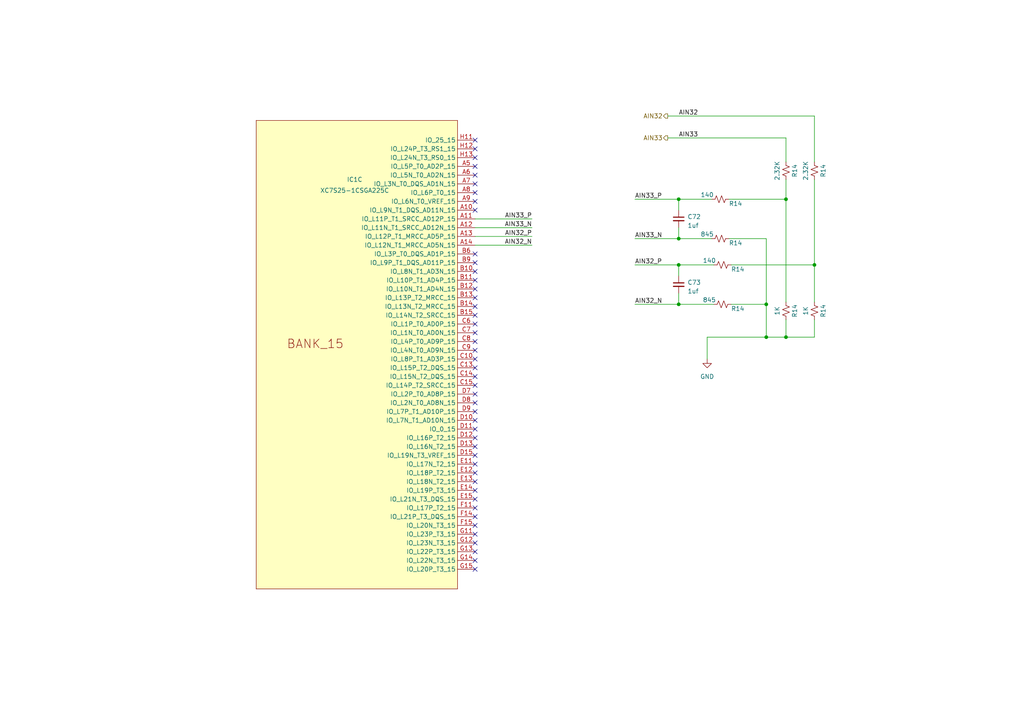
<source format=kicad_sch>
(kicad_sch (version 20230121) (generator eeschema)
  (paper "A4")
  (lib_symbols
    (symbol "Device:C_Small" (pin_numbers hide) (pin_names (offset 0.254) hide)
      (property "Reference" "C" (at 0.254 1.778 0))
      (property "Value" "C_Small" (at 0.254 -2.032 0))
      (symbol "C_Small_0_1"
        (polyline (pts (xy -1.524 -0.508) (xy 1.524 -0.508)) (stroke (width 0.3302)))
        (polyline (pts (xy -1.524 0.508) (xy 1.524 0.508)) (stroke (width 0.3048)))
      )
      (symbol "C_Small_1_1"
        (pin passive line (at 0 2.54 270) (length 2.032) (name "~") (number "1"))
        (pin passive line (at 0 -2.54 90) (length 2.032) (name "~") (number "2"))
      )
    )
    (symbol "Device:R_Small_US" (pin_numbers hide) (pin_names (offset 0.254) hide)
      (property "Reference" "R" (at 0.762 0.508 0))
      (property "Value" "R_Small_US" (at 0.762 -1.016 0))
      (symbol "R_Small_US_1_1"
        (polyline (pts (xy 0 0) (xy 1.016 -0.381) (xy 0 -0.762) (xy -1.016 -1.143) (xy 0 -1.524)))
        (polyline (pts (xy 0 1.524) (xy 1.016 1.143) (xy 0 0.762) (xy -1.016 0.381) (xy 0 0)))
        (pin passive line (at 0 2.54 270) (length 1.016) (name "~") (number "1"))
        (pin passive line (at 0 -2.54 90) (length 1.016) (name "~") (number "2"))
      )
    )
    (symbol "SamacSys_Parts:XC7S25-1CSGA225C"
      (property "Reference" "IC1" (at -2.54 57.785 0))
      (property "Value" "XC7S25-1CSGA225C" (at -2.54 54.61 0))
      (symbol "XC7S25-1CSGA225C_1_1"
        (rectangle (start -21.59 65.405) (end 22.225 -52.07) (fill (type background)))
        (pin passive line (at -26.67 37.465 0) (length 5.08) (name "GND_1") (number "A1"))
        (pin passive line (at -26.67 34.925 0) (length 5.08) (name "GND_2") (number "A15"))
        (pin passive line (at 27.305 34.925 180) (length 5.08) (name "VCCO_15_1") (number "B7"))
        (pin passive line (at -26.67 32.385 0) (length 5.08) (name "GND_3") (number "B8"))
        (pin passive line (at 27.305 32.385 180) (length 5.08) (name "VCCO_15_2") (number "C11"))
        (pin passive line (at -26.67 27.305 0) (length 5.08) (name "GND_5") (number "C12"))
        (pin passive line (at -26.67 29.845 0) (length 5.08) (name "GND_4") (number "C2"))
        (pin passive line (at 27.305 17.145 180) (length 5.08) (name "VCCO_34_1") (number "C3"))
        (pin passive line (at -26.67 22.225 0) (length 5.08) (name "GND_7") (number "D14"))
        (pin passive line (at 27.305 -42.545 180) (length 5.08) (name "VCCBATT_0") (number "D5"))
        (pin passive line (at -26.67 24.765 0) (length 5.08) (name "GND_6") (number "D6"))
        (pin passive line (at 27.305 -22.86 180) (length 5.08) (name "VCCINT_2") (number "E10"))
        (pin passive line (at -26.67 19.685 0) (length 5.08) (name "GND_8") (number "E4"))
        (pin passive line (at 27.305 61.595 180) (length 5.08) (name "VCCO_0_1") (number "E6"))
        (pin passive line (at -26.67 17.145 0) (length 5.08) (name "GND_9") (number "E7"))
        (pin passive line (at 27.305 -20.32 180) (length 5.08) (name "VCCINT_1") (number "E8"))
        (pin passive line (at -26.67 14.605 0) (length 5.08) (name "GND_10") (number "E9"))
        (pin passive line (at -26.67 9.525 0) (length 5.08) (name "GND_12") (number "F10"))
        (pin passive line (at 27.305 29.845 180) (length 5.08) (name "VCCO_15_3") (number "F12"))
        (pin passive line (at -26.67 6.985 0) (length 5.08) (name "GND_13") (number "F13"))
        (pin passive line (at -26.67 12.065 0) (length 5.08) (name "GND_11") (number "F6"))
        (pin passive line (at 27.305 -25.4 180) (length 5.08) (name "VCCINT_3") (number "F7"))
        (pin passive line (at -26.67 -48.26 0) (length 5.08) (name "GNDADC_0") (number "F8"))
        (pin passive line (at 26.67 -48.26 180) (length 5.08) (name "VCCADC_0") (number "F9"))
        (pin passive line (at 27.305 -27.94 180) (length 5.08) (name "VCCINT_4") (number "G10"))
        (pin passive line (at 27.305 14.605 180) (length 5.08) (name "VCCO_34_2") (number "G2"))
        (pin passive line (at -26.67 4.445 0) (length 5.08) (name "GND_14") (number "G3"))
        (pin passive line (at 27.305 1.905 180) (length 5.08) (name "VCCBRAM_1") (number "G6"))
        (pin passive line (at -26.67 1.905 0) (length 5.08) (name "GND_15") (number "G7"))
        (pin passive line (at -26.67 -3.175 0) (length 5.08) (name "GND_17") (number "H10"))
        (pin passive line (at -26.67 -0.635 0) (length 5.08) (name "GND_16") (number "H6"))
        (pin passive line (at 27.305 -30.48 180) (length 5.08) (name "VCCINT_5") (number "H7"))
        (pin passive line (at 27.305 -33.02 180) (length 5.08) (name "VCCINT_6") (number "J10"))
        (pin passive line (at -26.67 -8.255 0) (length 5.08) (name "GND_19") (number "J13"))
        (pin passive line (at 27.305 50.8 180) (length 5.08) (name "VCCO_14_1") (number "J14"))
        (pin passive line (at 27.305 -0.635 180) (length 5.08) (name "VCCBRAM_2") (number "J6"))
        (pin passive line (at -26.67 -5.715 0) (length 5.08) (name "GND_18") (number "J7"))
        (pin passive line (at -26.67 -15.875 0) (length 5.08) (name "GND_22") (number "K10"))
        (pin passive line (at -26.67 -10.795 0) (length 5.08) (name "GND_20") (number "K6"))
        (pin passive line (at 27.305 -35.56 180) (length 5.08) (name "VCCINT_7") (number "K7"))
        (pin passive line (at -26.67 -13.335 0) (length 5.08) (name "GND_21") (number "K8"))
        (pin passive line (at 27.305 -38.1 180) (length 5.08) (name "VCCINT_8") (number "K9"))
        (pin passive line (at -26.67 -18.415 0) (length 5.08) (name "GND_23") (number "L2"))
        (pin passive line (at 27.305 12.065 180) (length 5.08) (name "VCCO_34_3") (number "L3"))
        (pin passive line (at 27.305 -9.525 180) (length 5.08) (name "VCCAUX_1") (number "L6"))
        (pin passive line (at -26.67 -20.955 0) (length 5.08) (name "GND_24") (number "L7"))
        (pin passive line (at 27.305 -12.065 180) (length 5.08) (name "VCCAUX_2") (number "L8"))
        (pin passive line (at -26.67 -23.495 0) (length 5.08) (name "GND_25") (number "L9"))
        (pin passive line (at -26.67 -26.035 0) (length 5.08) (name "GND_26") (number "M11"))
        (pin passive line (at 27.305 48.26 180) (length 5.08) (name "VCCO_14_2") (number "M12"))
        (pin passive line (at -26.67 -33.655 0) (length 5.08) (name "GND_29") (number "P13"))
        (pin passive line (at -26.67 -28.575 0) (length 5.08) (name "GND_27") (number "P4"))
        (pin passive line (at 27.305 59.055 180) (length 5.08) (name "VCCO_0_2") (number "P5"))
        (pin passive line (at -26.67 -31.115 0) (length 5.08) (name "GND_28") (number "P8"))
        (pin passive line (at 27.305 45.72 180) (length 5.08) (name "VCCO_14_3") (number "P9"))
        (pin passive line (at -26.67 -36.195 0) (length 5.08) (name "GND_30") (number "R1"))
        (pin passive line (at -26.67 -39.37 0) (length 5.08) (name "GND_31") (number "R15"))
      )
      (symbol "XC7S25-1CSGA225C_2_1"
        (rectangle (start -34.29 50.8) (end 24.13 -66.04) (fill (type background)))
        (text "BANK_14" (at -19.685 6.35 0) (effects (font (size 2.5 2.5))))
        (pin passive line (at 29.21 46.99 180) (length 5.08) (name "IO_0_14") (number "J11"))
        (pin passive line (at 29.21 44.45 180) (length 5.08) (name "IO_L5P_T0_D06_14") (number "J15"))
        (pin passive line (at 29.21 41.91 180) (length 5.08) (name "IO_L4P_T0_D04_14") (number "K14"))
        (pin passive line (at 29.21 39.37 180) (length 5.08) (name "IO_L5N_T0_D07_14") (number "K15"))
        (pin passive line (at 29.21 36.83 180) (length 5.08) (name "IO_25_14") (number "L10"))
        (pin passive line (at 29.21 34.29 180) (length 5.08) (name "IO_L6N_T0_D08_VREF_14") (number "L12"))
        (pin passive line (at 29.21 31.75 180) (length 5.08) (name "IO_L7P_T1_D09_14") (number "L13"))
        (pin passive line (at 29.21 29.21 180) (length 5.08) (name "IO_L7N_T1_D10_14") (number "L14"))
        (pin passive line (at 29.21 26.67 180) (length 5.08) (name "IO_L4N_T0_D05_14") (number "L15"))
        (pin passive line (at 29.21 16.51 180) (length 5.08) (name "IO_L13N_T2_MRCC_14") (number "M10"))
        (pin passive line (at 29.21 13.97 180) (length 5.08) (name "IO_L8P_T1_D11_14") (number "M13"))
        (pin passive line (at 29.21 11.43 180) (length 5.08) (name "IO_L9P_T1_DQS_14") (number "M14"))
        (pin passive line (at 29.21 8.89 180) (length 5.08) (name "IO_L9N_T1_DQS_D13_14") (number "M15"))
        (pin passive line (at 29.21 24.13 180) (length 5.08) (name "IO_L19P_T3_D26_14") (number "M7"))
        (pin passive line (at 29.21 21.59 180) (length 5.08) (name "IO_L19N_T3_D25_VREF_14") (number "M8"))
        (pin passive line (at 29.21 19.05 180) (length 5.08) (name "IO_L13P_T2_MRCC_14") (number "M9"))
        (pin passive line (at 29.21 -8.89 180) (length 5.08) (name "IO_L14P_T2_SRCC_14") (number "N12"))
        (pin passive line (at 29.21 -11.43 180) (length 5.08) (name "IO_L8N_T1_D12_14") (number "N13"))
        (pin passive line (at 29.21 -13.97 180) (length 5.08) (name "IO_L10P_T1_D14_14") (number "N14"))
        (pin passive line (at 29.21 -16.51 180) (length 5.08) (name "IO_L10N_T1_D15_14") (number "N15"))
        (pin passive line (at 29.21 6.35 180) (length 5.08) (name "IO_L20P_T3_D24_14") (number "N6"))
        (pin passive line (at 29.21 3.81 180) (length 5.08) (name "IO_L20N_T3_D23_14") (number "N7"))
        (pin passive line (at 29.21 1.27 180) (length 5.08) (name "IO_L21P_T3_DQS_14") (number "N8"))
        (pin passive line (at 29.21 -1.27 180) (length 5.08) (name "IO_L21N_T3_DQS_D22_14") (number "N9"))
        (pin passive line (at 29.21 -26.67 180) (length 5.08) (name "IO_L16N_T2_D31_14") (number "P11"))
        (pin passive line (at 29.21 -29.21 180) (length 5.08) (name "IO_L14N_T2_SRCC_14") (number "P12"))
        (pin passive line (at 29.21 -31.75 180) (length 5.08) (name "IO_L11P_T1_SRCC_14") (number "P14"))
        (pin passive line (at 29.21 -34.29 180) (length 5.08) (name "IO_L11N_T1_SRCC_14") (number "P15"))
        (pin passive line (at 29.21 -19.05 180) (length 5.08) (name "IO_L23P_T3_D19_14") (number "P6"))
        (pin passive line (at 29.21 -21.59 180) (length 5.08) (name "IO_L23N_T3_D18_14") (number "P7"))
        (pin passive line (at 29.21 -49.53 180) (length 5.08) (name "IO_L17N_T2_D29_14") (number "R10"))
        (pin passive line (at 29.21 -52.07 180) (length 5.08) (name "IO_L18P_T2_D28_14") (number "R11"))
        (pin passive line (at 29.21 -54.61 180) (length 5.08) (name "IO_L18N_T2_D27_14") (number "R12"))
        (pin passive line (at 29.21 -57.15 180) (length 5.08) (name "IO_L12P_T1_MRCC_14") (number "R13"))
        (pin passive line (at 29.21 -59.69 180) (length 5.08) (name "IO_L12N_T1_MRCC_14") (number "R14"))
        (pin passive line (at 29.21 -36.83 180) (length 5.08) (name "IO_L24P_T3_D17_14") (number "R5"))
        (pin passive line (at 29.21 -39.37 180) (length 5.08) (name "IO_L24N_T3_D16_14") (number "R6"))
        (pin passive line (at 29.21 -41.91 180) (length 5.08) (name "IO_L22P_T3_D21_14") (number "R7"))
        (pin passive line (at 29.21 -44.45 180) (length 5.08) (name "IO_L22N_T3_D20_14") (number "R8"))
        (pin passive line (at 29.21 -46.99 180) (length 5.08) (name "IO_L17P_T2_D30_14") (number "R9"))
      )
      (symbol "XC7S25-1CSGA225C_3_1"
        (rectangle (start -31.115 74.93) (end 27.305 -60.96) (fill (type background)))
        (text "BANK_15\n" (at -13.97 10.16 0) (effects (font (size 2.5 2.5))))
        (pin passive line (at 32.385 48.895 180) (length 5.08) (name "IO_L9N_T1_DQS_AD11N_15") (number "A10"))
        (pin passive line (at 32.385 46.355 180) (length 5.08) (name "IO_L11P_T1_SRCC_AD12P_15") (number "A11"))
        (pin passive line (at 32.385 43.815 180) (length 5.08) (name "IO_L11N_T1_SRCC_AD12N_15") (number "A12"))
        (pin passive line (at 32.385 41.275 180) (length 5.08) (name "IO_L12P_T1_MRCC_AD5P_15") (number "A13"))
        (pin passive line (at 32.385 38.735 180) (length 5.08) (name "IO_L12N_T1_MRCC_AD5N_15") (number "A14"))
        (pin passive line (at 32.385 61.595 180) (length 5.08) (name "IO_L5P_T0_AD2P_15") (number "A5"))
        (pin passive line (at 32.385 59.055 180) (length 5.08) (name "IO_L5N_T0_AD2N_15") (number "A6"))
        (pin passive line (at 32.385 56.515 180) (length 5.08) (name "IO_L3N_T0_DQS_AD1N_15") (number "A7"))
        (pin passive line (at 32.385 53.975 180) (length 5.08) (name "IO_L6P_T0_15") (number "A8"))
        (pin passive line (at 32.385 51.435 180) (length 5.08) (name "IO_L6N_T0_VREF_15") (number "A9"))
        (pin passive line (at 32.385 31.115 180) (length 5.08) (name "IO_L8N_T1_AD3N_15") (number "B10"))
        (pin passive line (at 32.385 28.575 180) (length 5.08) (name "IO_L10P_T1_AD4P_15") (number "B11"))
        (pin passive line (at 32.385 26.035 180) (length 5.08) (name "IO_L10N_T1_AD4N_15") (number "B12"))
        (pin passive line (at 32.385 23.495 180) (length 5.08) (name "IO_L13P_T2_MRCC_15") (number "B13"))
        (pin passive line (at 32.385 20.955 180) (length 5.08) (name "IO_L13N_T2_MRCC_15") (number "B14"))
        (pin passive line (at 32.385 18.415 180) (length 5.08) (name "IO_L14N_T2_SRCC_15") (number "B15"))
        (pin passive line (at 32.385 36.195 180) (length 5.08) (name "IO_L3P_T0_DQS_AD1P_15") (number "B6"))
        (pin passive line (at 32.385 33.655 180) (length 5.08) (name "IO_L9P_T1_DQS_AD11P_15") (number "B9"))
        (pin passive line (at 32.385 5.715 180) (length 5.08) (name "IO_L8P_T1_AD3P_15") (number "C10"))
        (pin passive line (at 32.385 3.175 180) (length 5.08) (name "IO_L15P_T2_DQS_15") (number "C13"))
        (pin passive line (at 32.385 0.635 180) (length 5.08) (name "IO_L15N_T2_DQS_15") (number "C14"))
        (pin passive line (at 32.385 -1.905 180) (length 5.08) (name "IO_L14P_T2_SRCC_15") (number "C15"))
        (pin passive line (at 32.385 15.875 180) (length 5.08) (name "IO_L1P_T0_AD0P_15") (number "C6"))
        (pin passive line (at 32.385 13.335 180) (length 5.08) (name "IO_L1N_T0_AD0N_15") (number "C7"))
        (pin passive line (at 32.385 10.795 180) (length 5.08) (name "IO_L4P_T0_AD9P_15") (number "C8"))
        (pin passive line (at 32.385 8.255 180) (length 5.08) (name "IO_L4N_T0_AD9N_15") (number "C9"))
        (pin passive line (at 32.385 -12.065 180) (length 5.08) (name "IO_L7N_T1_AD10N_15") (number "D10"))
        (pin passive line (at 32.385 -14.605 180) (length 5.08) (name "IO_0_15") (number "D11"))
        (pin passive line (at 32.385 -17.145 180) (length 5.08) (name "IO_L16P_T2_15") (number "D12"))
        (pin passive line (at 32.385 -19.685 180) (length 5.08) (name "IO_L16N_T2_15") (number "D13"))
        (pin passive line (at 32.385 -22.225 180) (length 5.08) (name "IO_L19N_T3_VREF_15") (number "D15"))
        (pin passive line (at 32.385 -4.445 180) (length 5.08) (name "IO_L2P_T0_AD8P_15") (number "D7"))
        (pin passive line (at 32.385 -6.985 180) (length 5.08) (name "IO_L2N_T0_AD8N_15") (number "D8"))
        (pin passive line (at 32.385 -9.525 180) (length 5.08) (name "IO_L7P_T1_AD10P_15") (number "D9"))
        (pin passive line (at 32.385 -24.765 180) (length 5.08) (name "IO_L17N_T2_15") (number "E11"))
        (pin passive line (at 32.385 -27.305 180) (length 5.08) (name "IO_L18P_T2_15") (number "E12"))
        (pin passive line (at 32.385 -29.845 180) (length 5.08) (name "IO_L18N_T2_15") (number "E13"))
        (pin passive line (at 32.385 -32.385 180) (length 5.08) (name "IO_L19P_T3_15") (number "E14"))
        (pin passive line (at 32.385 -34.925 180) (length 5.08) (name "IO_L21N_T3_DQS_15") (number "E15"))
        (pin passive line (at 32.385 -37.465 180) (length 5.08) (name "IO_L17P_T2_15") (number "F11"))
        (pin passive line (at 32.385 -40.005 180) (length 5.08) (name "IO_L21P_T3_DQS_15") (number "F14"))
        (pin passive line (at 32.385 -42.545 180) (length 5.08) (name "IO_L20N_T3_15") (number "F15"))
        (pin passive line (at 32.385 -45.085 180) (length 5.08) (name "IO_L23P_T3_15") (number "G11"))
        (pin passive line (at 32.385 -47.625 180) (length 5.08) (name "IO_L23N_T3_15") (number "G12"))
        (pin passive line (at 32.385 -50.165 180) (length 5.08) (name "IO_L22P_T3_15") (number "G13"))
        (pin passive line (at 32.385 -52.705 180) (length 5.08) (name "IO_L22N_T3_15") (number "G14"))
        (pin passive line (at 32.385 -55.245 180) (length 5.08) (name "IO_L20P_T3_15") (number "G15"))
        (pin passive line (at 32.385 69.215 180) (length 5.08) (name "IO_25_15") (number "H11"))
        (pin passive line (at 32.385 66.675 180) (length 5.08) (name "IO_L24P_T3_RS1_15") (number "H12"))
        (pin passive line (at 32.385 64.135 180) (length 5.08) (name "IO_L24N_T3_RS0_15") (number "H13"))
      )
      (symbol "XC7S25-1CSGA225C_4_1"
        (rectangle (start -22.225 66.675) (end 24.765 -76.835) (fill (type background)))
        (text "BANK_34" (at -10.16 0 0) (effects (font (size 2.5 2.5))))
        (pin passive line (at 29.845 56.515 180) (length 5.08) (name "IO_L2N_T0_34") (number "A2"))
        (pin passive line (at 29.845 53.975 180) (length 5.08) (name "IO_L1N_T0_34") (number "A3"))
        (pin passive line (at 29.845 51.435 180) (length 5.08) (name "IO_L1P_T0_34") (number "A4"))
        (pin passive line (at 29.845 48.895 180) (length 5.08) (name "IO_L4N_T0_34") (number "B1"))
        (pin passive line (at 29.845 46.355 180) (length 5.08) (name "IO_L2P_T0_34") (number "B2"))
        (pin passive line (at 29.845 43.815 180) (length 5.08) (name "IO_L3N_T0_DQS_34") (number "B3"))
        (pin passive line (at 29.845 41.275 180) (length 5.08) (name "IO_L3P_T0_DQS_34") (number "B4"))
        (pin passive line (at 29.845 38.735 180) (length 5.08) (name "IO_L5N_T0_34") (number "B5"))
        (pin passive line (at 29.845 18.415 180) (length 5.08) (name "IO_L4P_T0_34") (number "C1"))
        (pin passive line (at 29.845 15.875 180) (length 5.08) (name "IO_L7N_T1_34") (number "C4"))
        (pin passive line (at 29.845 13.335 180) (length 5.08) (name "IO_L5P_T0_34") (number "C5"))
        (pin passive line (at 29.845 -1.905 180) (length 5.08) (name "IO_L6N_T0_VREF_34") (number "D1"))
        (pin passive line (at 29.845 -4.445 180) (length 5.08) (name "IO_L6P_T0_34") (number "D2"))
        (pin passive line (at 29.845 -6.985 180) (length 5.08) (name "IO_L9N_T1_DQS_34") (number "D3"))
        (pin passive line (at 29.845 -9.525 180) (length 5.08) (name "IO_L7P_T1_34") (number "D4"))
        (pin passive line (at 29.845 -22.225 180) (length 5.08) (name "IO_L8N_T1_34") (number "E1"))
        (pin passive line (at 29.845 -24.765 180) (length 5.08) (name "IO_L8P_T1_34") (number "E2"))
        (pin passive line (at 29.845 -27.305 180) (length 5.08) (name "IO_L9P_T1_DQS_34") (number "E3"))
        (pin passive line (at 29.845 -29.845 180) (length 5.08) (name "IO_L10N_T1_34") (number "F1"))
        (pin passive line (at 29.845 -32.385 180) (length 5.08) (name "IO_L10P_T1_34") (number "F2"))
        (pin passive line (at 29.845 -34.925 180) (length 5.08) (name "IO_L11N_T1_SRCC_34") (number "F3"))
        (pin passive line (at 29.845 -37.465 180) (length 5.08) (name "IO_L11P_T1_SRCC_34") (number "F4"))
        (pin passive line (at 29.845 -65.405 180) (length 5.08) (name "IO_L12N_T1_MRCC_34") (number "G1"))
        (pin passive line (at 29.845 -67.945 180) (length 5.08) (name "IO_0_34") (number "G4"))
        (pin passive line (at 29.845 -47.625 180) (length 5.08) (name "IO_L12P_T1_MRCC_34") (number "H1"))
        (pin passive line (at 29.845 -50.165 180) (length 5.08) (name "IO_L14N_T2_SRCC_34") (number "H2"))
        (pin passive line (at 29.845 -52.705 180) (length 5.08) (name "IO_L13N_T2_MRCC_34") (number "H3"))
        (pin passive line (at 29.845 -55.245 180) (length 5.08) (name "IO_L13P_T2_MRCC_34") (number "H4"))
        (pin passive line (at 29.845 36.195 180) (length 5.08) (name "IO_L16N_T2_34") (number "J1"))
        (pin passive line (at 29.845 33.655 180) (length 5.08) (name "IO_L14P_T2_SRCC_34") (number "J2"))
        (pin passive line (at 29.845 31.115 180) (length 5.08) (name "IO_L15N_T2_DQS_34") (number "J3"))
        (pin passive line (at 29.845 28.575 180) (length 5.08) (name "IO_L15P_T2_DQS_34") (number "J4"))
        (pin passive line (at 29.845 26.035 180) (length 5.08) (name "IO_L16P_T2_34") (number "K1"))
        (pin passive line (at 29.845 23.495 180) (length 5.08) (name "IO_L17N_T2_34") (number "K2"))
        (pin passive line (at 29.845 20.955 180) (length 5.08) (name "IO_L17P_T2_34") (number "K3"))
        (pin passive line (at 29.845 10.795 180) (length 5.08) (name "IO_L18N_T2_34") (number "L1"))
        (pin passive line (at 29.845 8.255 180) (length 5.08) (name "IO_L18P_T2_34") (number "M1"))
        (pin passive line (at 29.845 5.715 180) (length 5.08) (name "IO_L20N_T3_34") (number "M2"))
        (pin passive line (at 29.845 3.175 180) (length 5.08) (name "IO_L19N_T3_VREF_34") (number "M3"))
        (pin passive line (at 29.845 0.635 180) (length 5.08) (name "IO_L19P_T3_34") (number "M4"))
        (pin passive line (at 29.845 -12.065 180) (length 5.08) (name "IO_L22N_T3_34") (number "N1"))
        (pin passive line (at 29.845 -14.605 180) (length 5.08) (name "IO_L20P_T3_34") (number "N2"))
        (pin passive line (at 29.845 -17.145 180) (length 5.08) (name "IO_L21N_T3_DQS_34") (number "N3"))
        (pin passive line (at 29.845 -19.685 180) (length 5.08) (name "IO_25_34") (number "N4"))
        (pin passive line (at 29.845 -40.005 180) (length 5.08) (name "IO_L22P_T3_34") (number "P1"))
        (pin passive line (at 29.845 -42.545 180) (length 5.08) (name "IO_L24N_T3_34") (number "P2"))
        (pin passive line (at 29.845 -45.085 180) (length 5.08) (name "IO_L21P_T3_DQS_34") (number "P3"))
        (pin passive line (at 29.845 -57.785 180) (length 5.08) (name "IO_L24P_T3_34") (number "R2"))
        (pin passive line (at 29.845 -60.325 180) (length 5.08) (name "IO_L23N_T3_34") (number "R3"))
        (pin passive line (at 29.845 -62.865 180) (length 5.08) (name "IO_L23P_T3_34") (number "R4"))
      )
      (symbol "XC7S25-1CSGA225C_5_1"
        (rectangle (start -36.83 41.275) (end 36.195 -33.655) (fill (type background)))
        (text "CONFIG\n" (at 0 0 0) (effects (font (size 2.5 2.5))))
        (pin passive line (at 40.64 27.305 180) (length 5.08) (name "TCK_0") (number "E5"))
        (pin passive line (at 41.275 0 180) (length 5.08) (name "CCLK_0") (number "F5"))
        (pin passive line (at 41.275 -2.54 180) (length 5.08) (name "DONE_0") (number "G5"))
        (pin passive line (at -41.91 -4.445 0) (length 5.08) (name "VREFN_0") (number "G8"))
        (pin passive line (at -41.91 -17.145 0) (length 5.08) (name "VP_0") (number "G9"))
        (pin passive line (at -41.91 32.385 0) (length 5.08) (name "IO_L1P_T0_D00_MOSI_14") (number "H14"))
        (pin passive line (at 41.275 -17.145 180) (length 5.08) (name "IO_L1N_T0_D01_DIN_14") (number "H15"))
        (pin passive line (at -41.91 -27.305 0) (length 5.08) (name "CFGBVS_0") (number "H5"))
        (pin passive line (at -41.91 -19.685 0) (length 5.08) (name "VN_0") (number "H8"))
        (pin passive line (at -41.91 -1.905 0) (length 5.08) (name "VREFP_0") (number "H9"))
        (pin passive line (at 41.275 -24.765 180) (length 5.08) (name "IO_L2P_T0_D02_14") (number "J12"))
        (pin passive line (at 41.275 -5.08 180) (length 5.08) (name "PROGRAM_B_0") (number "J5"))
        (pin passive line (at -41.91 13.335 0) (length 5.08) (name "DXN_0") (number "J8"))
        (pin passive line (at -41.91 10.795 0) (length 5.08) (name "DXP_0") (number "J9"))
        (pin passive line (at -41.91 29.845 0) (length 5.08) (name "IO_L3P_T0_DQS_PUDC_B_14") (number "K11"))
        (pin passive line (at -41.91 27.305 0) (length 5.08) (name "IO_L3N_T0_DQS_EMCCLK_14") (number "K12"))
        (pin passive line (at 41.275 -27.305 180) (length 5.08) (name "IO_L2N_T0_D03_14") (number "K13"))
        (pin passive line (at 40.64 22.225 180) (length 5.08) (name "TDO_0") (number "K4"))
        (pin passive line (at 40.64 29.845 180) (length 5.08) (name "TMS_0") (number "K5"))
        (pin passive line (at 41.275 -22.225 180) (length 5.08) (name "IO_L6P_T0_FCS_B_14") (number "L11"))
        (pin passive line (at 40.64 24.765 180) (length 5.08) (name "TDI_0") (number "L4"))
        (pin passive line (at 41.275 -7.62 180) (length 5.08) (name "INIT_B_0") (number "L5"))
        (pin passive line (at 41.275 12.7 180) (length 5.08) (name "M0_0") (number "M5"))
        (pin passive line (at 41.275 7.62 180) (length 5.08) (name "M2_0") (number "M6"))
        (pin passive line (at -41.91 24.765 0) (length 5.08) (name "IO_L15P_T2_DQS_RDWR_B_14") (number "N10"))
        (pin passive line (at 41.275 -19.685 180) (length 5.08) (name "IO_L15N_T2_DQS_DOUT_CSO_B_14") (number "N11"))
        (pin passive line (at 41.275 10.16 180) (length 5.08) (name "M1_0") (number "N5"))
        (pin passive line (at -41.91 22.225 0) (length 5.08) (name "IO_L16P_T2_CSI_B_14") (number "P10"))
      )
    )
    (symbol "power:GND" (power) (pin_names (offset 0))
      (property "Value" "GND" (at 0 -3.81 0))
      (symbol "GND_0_1"
        (polyline (pts (xy 0 0) (xy 0 -1.27) (xy 1.27 -1.27) (xy 0 -2.54) (xy -1.27 -1.27) (xy 0 -1.27)))
      )
      (symbol "GND_1_1"
        (pin power_in line (at 0 0 270) (length 0) hide (name "GND") (number "1"))
      )
    )
  )
  (junction (at 227.965 97.79))
  (junction (at 196.85 69.215))
  (junction (at 227.965 57.785))
  (junction (at 236.22 76.835))
  (junction (at 222.25 88.265))
  (junction (at 222.25 97.79))
  (junction (at 196.85 57.785))
  (junction (at 196.85 76.835))
  (junction (at 196.85 88.265))
  (no_connect (at 137.795 162.56))
  (no_connect (at 137.795 104.14))
  (no_connect (at 137.795 134.62))
  (no_connect (at 137.795 127))
  (no_connect (at 137.795 55.88))
  (no_connect (at 137.795 132.08))
  (no_connect (at 137.795 154.94))
  (no_connect (at 137.795 43.18))
  (no_connect (at 137.795 73.66))
  (no_connect (at 137.795 142.24))
  (no_connect (at 137.795 111.76))
  (no_connect (at 137.795 78.74))
  (no_connect (at 137.795 83.82))
  (no_connect (at 137.795 119.38))
  (no_connect (at 137.795 121.92))
  (no_connect (at 137.795 137.16))
  (no_connect (at 137.795 81.28))
  (no_connect (at 137.795 157.48))
  (no_connect (at 137.795 86.36))
  (no_connect (at 137.795 60.96))
  (no_connect (at 137.795 91.44))
  (no_connect (at 137.795 165.1))
  (no_connect (at 137.795 139.7))
  (no_connect (at 137.795 53.34))
  (no_connect (at 137.795 152.4))
  (no_connect (at 137.795 48.26))
  (no_connect (at 137.795 45.72))
  (no_connect (at 137.795 106.68))
  (no_connect (at 137.795 88.9))
  (no_connect (at 137.795 149.86))
  (no_connect (at 137.795 160.02))
  (no_connect (at 137.795 76.2))
  (no_connect (at 137.795 40.64))
  (no_connect (at 137.795 116.84))
  (no_connect (at 137.795 96.52))
  (no_connect (at 137.795 124.46))
  (no_connect (at 137.795 93.98))
  (no_connect (at 137.795 101.6))
  (no_connect (at 137.795 99.06))
  (no_connect (at 137.795 50.8))
  (no_connect (at 137.795 109.22))
  (no_connect (at 137.795 147.32))
  (no_connect (at 137.795 144.78))
  (no_connect (at 137.795 114.3))
  (no_connect (at 137.795 129.54))
  (no_connect (at 137.795 58.42))
  (wire (pts (xy 184.15 88.265) (xy 196.85 88.265)))
  (wire (pts (xy 154.305 71.12) (xy 137.795 71.12)))
  (wire (pts (xy 227.965 87.63) (xy 227.965 57.785)))
  (wire (pts (xy 196.85 88.265) (xy 196.85 85.09)))
  (wire (pts (xy 196.85 69.215) (xy 196.85 66.04)))
  (wire (pts (xy 196.85 88.265) (xy 207.01 88.265)))
  (wire (pts (xy 196.85 57.785) (xy 206.375 57.785)))
  (wire (pts (xy 193.675 33.655) (xy 236.22 33.655)))
  (wire (pts (xy 205.105 104.14) (xy 205.105 97.79)))
  (wire (pts (xy 236.22 76.835) (xy 236.22 87.63)))
  (wire (pts (xy 222.25 88.265) (xy 222.25 97.79)))
  (wire (pts (xy 196.85 69.215) (xy 206.375 69.215)))
  (wire (pts (xy 154.305 66.04) (xy 137.795 66.04)))
  (wire (pts (xy 222.25 97.79) (xy 227.965 97.79)))
  (wire (pts (xy 193.675 40.005) (xy 227.965 40.005)))
  (wire (pts (xy 205.105 97.79) (xy 222.25 97.79)))
  (wire (pts (xy 236.22 46.99) (xy 236.22 33.655)))
  (wire (pts (xy 212.09 76.835) (xy 236.22 76.835)))
  (wire (pts (xy 184.15 57.785) (xy 196.85 57.785)))
  (wire (pts (xy 236.22 52.07) (xy 236.22 76.835)))
  (wire (pts (xy 196.85 80.01) (xy 196.85 76.835)))
  (wire (pts (xy 227.965 92.71) (xy 227.965 97.79)))
  (wire (pts (xy 196.85 76.835) (xy 184.15 76.835)))
  (wire (pts (xy 222.25 69.215) (xy 222.25 88.265)))
  (wire (pts (xy 212.09 88.265) (xy 222.25 88.265)))
  (wire (pts (xy 154.305 68.58) (xy 137.795 68.58)))
  (wire (pts (xy 154.305 63.5) (xy 137.795 63.5)))
  (wire (pts (xy 227.965 46.99) (xy 227.965 40.005)))
  (wire (pts (xy 236.22 97.79) (xy 236.22 92.71)))
  (wire (pts (xy 196.85 76.835) (xy 207.01 76.835)))
  (wire (pts (xy 227.965 97.79) (xy 236.22 97.79)))
  (wire (pts (xy 227.965 57.785) (xy 211.455 57.785)))
  (wire (pts (xy 211.455 69.215) (xy 222.25 69.215)))
  (wire (pts (xy 196.85 60.96) (xy 196.85 57.785)))
  (wire (pts (xy 227.965 52.07) (xy 227.965 57.785)))
  (wire (pts (xy 184.15 69.215) (xy 196.85 69.215)))
  (label "AIN33" (at 196.85 40.005 0))
  (label "AIN32_P" (at 154.305 68.58 180))
  (label "AIN32" (at 196.85 33.655 0))
  (label "AIN33_P" (at 184.15 57.785 0))
  (label "AIN32_P" (at 184.15 76.835 0))
  (label "AIN33_N" (at 184.15 69.215 0))
  (label "AIN32_N" (at 184.15 88.265 0))
  (label "AIN32_N" (at 154.305 71.12 180))
  (label "AIN33_P" (at 154.305 63.5 180))
  (label "AIN33_N" (at 154.305 66.04 180))
  (hierarchical_label "AIN32" (shape output) (at 193.675 33.655 180))
  (hierarchical_label "AIN33" (shape output) (at 193.675 40.005 180))
  (symbol (lib_id "power:GND") (at 205.105 104.14 0) (unit 1)
    (property "Reference" "#PWR024" (effects hide))
    (property "Value" "GND" (at 205.105 109.22 0))
  )
  (symbol (lib_id "Device:R_Small_US") (at 227.965 90.17 0) (unit 1)
    (property "Reference" "R14" (at 230.505 90.17 90))
    (property "Value" "1K" (at 225.425 90.17 90))
    (property "Footprint" "Resistor_SMD:R_0402_1005Metric_Pad0.72x0.64mm_HandSolder" (effects hide))
    (instances (project "sparton_7" (path "" (reference "R14") (unit 1)) (path "" (reference "R54") (unit 1))))
  )
  (symbol (lib_id "Device:R_Small_US") (at 236.22 90.17 0) (unit 1)
    (property "Reference" "R14" (at 238.76 90.17 90))
    (property "Value" "1K" (at 233.68 90.17 90))
    (property "Footprint" "Resistor_SMD:R_0402_1005Metric_Pad0.72x0.64mm_HandSolder" (effects hide))
    (instances (project "sparton_7" (path "" (reference "R14") (unit 1)) (path "" (reference "R55") (unit 1))))
  )
  (symbol (lib_id "Device:C_Small") (at 196.85 63.5 0) (unit 1)
    (property "Reference" "C72" (at 199.39 62.8713 0) (effects (justify left)))
    (property "Value" "1uf" (at 199.39 65.4113 0) (effects (justify left)))
    (property "Footprint" "Capacitor_SMD:C_0402_1005Metric_Pad0.74x0.62mm_HandSolder" (effects hide))
  )
  (symbol (lib_id "Device:C_Small") (at 196.85 82.55 0) (unit 1)
    (property "Reference" "C73" (at 199.39 81.9213 0) (effects (justify left)))
    (property "Value" "1uf" (at 199.39 84.4613 0) (effects (justify left)))
    (property "Footprint" "Capacitor_SMD:C_0402_1005Metric_Pad0.74x0.62mm_HandSolder" (effects hide))
  )
  (symbol (lib_id "Device:R_Small_US") (at 236.22 49.53 0) (unit 1)
    (property "Reference" "R14" (at 238.76 49.53 90))
    (property "Value" "2.32K" (at 233.68 49.53 90))
    (property "Footprint" "Resistor_SMD:R_0402_1005Metric_Pad0.72x0.64mm_HandSolder" (effects hide))
    (instances (project "sparton_7" (path "" (reference "R14") (unit 1)) (path "" (reference "R57") (unit 1))))
  )
  (symbol (lib_id "SamacSys_Parts:XC7S25-1CSGA225C") (at 105.41 109.855 0) (unit 3)
    (property "Reference" "IC1" (at 102.87 52.07 0))
    (property "Value" "XC7S25-1CSGA225C" (at 102.87 55.245 0))
    (property "Footprint" "SamacSys_Parts:BGA225C80P15X15_1300X1300X140" (effects hide))
    (property "Datasheet" "https://www.xilinx.com/support/documentation/data_sheets/ds180_7Series_Overview.pdf" (effects hide))
    (property "Height" "1.4" (effects hide))
    (property "Manufacturer_Name" "XILINX" (effects hide))
    (property "Manufacturer_Part_Number" "XC7S25-1CSGA225C" (effects hide))
    (property "Mouser Part Number" "217-XC7S25-1CSGA225C" (effects hide))
    (property "Mouser Price/Stock" "https://www.mouser.co.uk/ProductDetail/Xilinx/XC7S25-1CSGA225C?qs=rrS6PyfT74ewwYlQOIhRNA%3D%3D" (effects hide))
  )
  (symbol (lib_id "Device:R_Small_US") (at 227.965 49.53 0) (unit 1)
    (property "Reference" "R14" (at 230.505 49.53 90))
    (property "Value" "2.32K" (at 225.425 49.53 90))
    (property "Footprint" "Resistor_SMD:R_0402_1005Metric_Pad0.72x0.64mm_HandSolder" (effects hide))
    (instances (project "sparton_7" (path "" (reference "R14") (unit 1)) (path "" (reference "R56") (unit 1))))
  )
  (symbol (lib_id "Device:R_Small_US") (at 208.915 57.785 270) (unit 1)
    (property "Reference" "R14" (at 213.36 59.055 90))
    (property "Value" "140" (at 205.105 56.515 90))
    (property "Footprint" "Resistor_SMD:R_0402_1005Metric_Pad0.72x0.64mm_HandSolder" (effects hide))
    (instances (project "sparton_7" (path "" (reference "R14") (unit 1)) (path "" (reference "R50") (unit 1))))
  )
  (symbol (lib_id "Device:R_Small_US") (at 208.915 69.215 270) (unit 1)
    (property "Reference" "R14" (at 213.36 70.485 90))
    (property "Value" "845" (at 205.105 67.945 90))
    (property "Footprint" "Resistor_SMD:R_0402_1005Metric_Pad0.72x0.64mm_HandSolder" (effects hide))
    (instances (project "sparton_7" (path "" (reference "R14") (unit 1)) (path "" (reference "R51") (unit 1))))
  )
  (symbol (lib_id "Device:R_Small_US") (at 209.55 88.265 270) (unit 1)
    (property "Reference" "R14" (at 213.995 89.535 90))
    (property "Value" "845" (at 205.74 86.995 90))
    (property "Footprint" "Resistor_SMD:R_0402_1005Metric_Pad0.72x0.64mm_HandSolder" (effects hide))
    (instances (project "sparton_7" (path "" (reference "R14") (unit 1)) (path "" (reference "R53") (unit 1))))
  )
  (symbol (lib_id "Device:R_Small_US") (at 209.55 76.835 270) (unit 1)
    (property "Reference" "R14" (at 213.995 78.105 90))
    (property "Value" "140" (at 205.74 75.565 90))
    (property "Footprint" "Resistor_SMD:R_0402_1005Metric_Pad0.72x0.64mm_HandSolder" (effects hide))
    (instances (project "sparton_7" (path "" (reference "R14") (unit 1)) (path "" (reference "R52") (unit 1))))
  )
)
</source>
